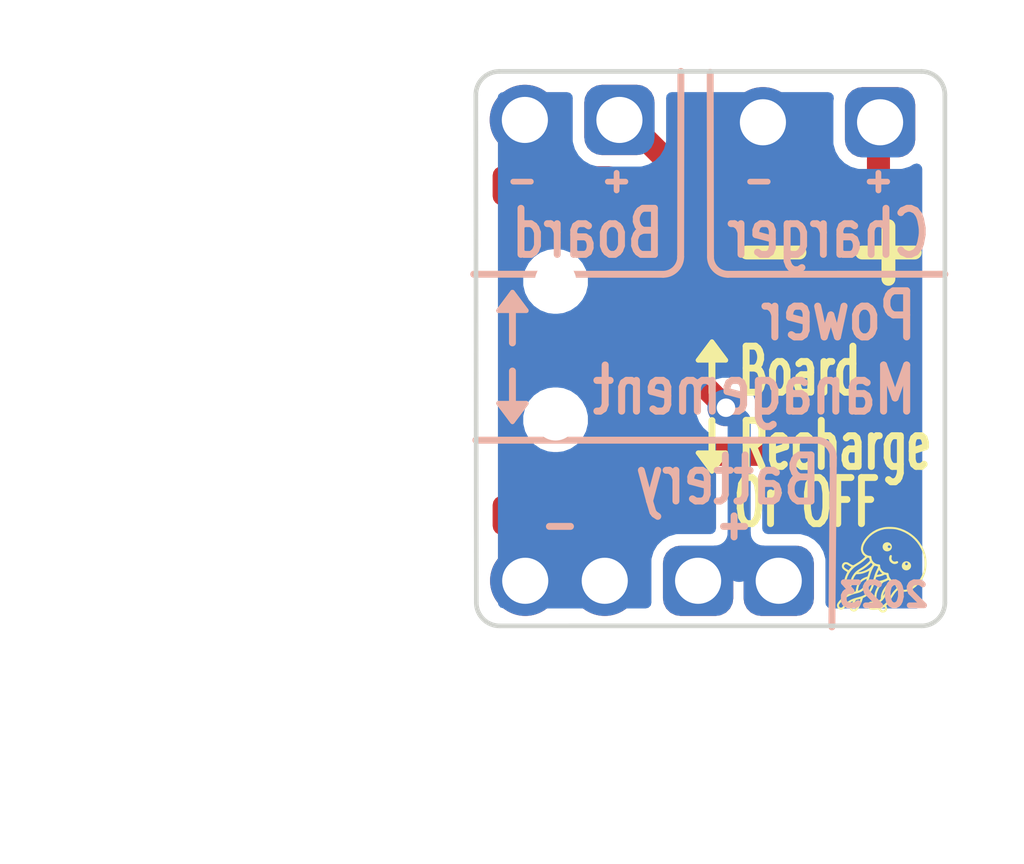
<source format=kicad_pcb>
(kicad_pcb (version 20221018) (generator pcbnew)
  (title_block (title "Gnat - Battery Management") (date "2023-05-12") (rev "v1") (company "LIRMM / CNRS"))
  (layers (0 "F.Cu" signal) (31 "B.Cu" signal) (34 "B.Paste" user) (35 "F.Paste" user) (36 "B.SilkS" user "B.Silkscreen") (37 "F.SilkS" user "F.Silkscreen") (38 "B.Mask" user) (39 "F.Mask" user) (44 "Edge.Cuts" user))
  (net 0 "")
  (net 1 "Net-(J1-Pin_1)")
  (net 2 "GND")
  (net 3 "Net-(J2-Pin_1)")
  (net 4 "Net-(J3-Pin_1)")
  (footprint "Graphics:Jellyfish_Logo" (layer "F.Cu") (at 68.475 24.4)
    (fp_text reference "G***" hide)
    (fp_text value "LOGO" hide)
    (fp_poly (pts (xy 0.22098 -0.301514) (xy 0.224551 -0.286771) (xy 0.222303 -0.264539) (xy 0.219141 -0.251237) (xy 0.217664 -0.228641) (xy 0.224301 -0.206622) (xy 0.237617 -0.187375) (xy 0.256177 -0.173092) (xy 0.2745 -0.166588) (xy 0.296525 -0.166351) (xy 0.316232 -0.171496) (xy 0.330645 -0.176178) (xy 0.339703 -0.17727) (xy 0.347021 -0.174838) (xy 0.351451 -0.17213) (xy 0.361615 -0.161507) (xy 0.36315 -0.149721) (xy 0.356831 -0.137933) (xy 0.343432 -0.127301) (xy 0.323728 -0.118985) (xy 0.314341 -0.116585) (xy 0.295826 -0.113004) (xy 0.282169 -0.112035) (xy 0.269105 -0.113948) (xy 0.252364 -0.119014) (xy 0.246978 -0.120848) (xy 0.223452 -0.132778) (xy 0.201244 -0.150811) (xy 0.182976 -0.172333) (xy 0.171267 -0.19473) (xy 0.170482 -0.197167) (xy 0.165675 -0.222083) (xy 0.165413 -0.247159) (xy 0.169222 -0.270375) (xy 0.176626 -0.289707) (xy 0.187149 -0.303134) (xy 0.196566 -0.308055) (xy 0.211636 -0.308648)) (fill solid) (layer "F.SilkS"))
    (fp_poly (pts (xy 0.146371 -0.58426) (xy 0.167931 -0.57708) (xy 0.193705 -0.559265) (xy 0.212294 -0.536706) (xy 0.223354 -0.510966) (xy 0.22654 -0.483605) (xy 0.221509 -0.456185) (xy 0.207914 -0.430269) (xy 0.201961 -0.422845) (xy 0.178811 -0.40327) (xy 0.151587 -0.391327) (xy 0.12237 -0.387418) (xy 0.09324 -0.391946) (xy 0.077035 -0.398685) (xy 0.052319 -0.416719) (xy 0.035383 -0.440456) (xy 0.026452 -0.46954) (xy 0.02527 -0.480739) (xy 0.02528 -0.480876) (xy 0.136495 -0.480876) (xy 0.143306 -0.469208) (xy 0.156197 -0.462065) (xy 0.169213 -0.461033) (xy 0.182747 -0.464215) (xy 0.19099 -0.472548) (xy 0.192994 -0.476352) (xy 0.196899 -0.487098) (xy 0.195114 -0.495509) (xy 0.190128 -0.502987) (xy 0.177146 -0.514175) (xy 0.162443 -0.517044) (xy 0.148396 -0.511287) (xy 0.145575 -0.508778) (xy 0.13688 -0.494817) (xy 0.136495 -0.480876) (xy 0.02528 -0.480876) (xy 0.027552 -0.512129) (xy 0.038457 -0.539117) (xy 0.05802 -0.561776) (xy 0.067059 -0.568795) (xy 0.091162 -0.580577) (xy 0.118734 -0.585825)) (fill solid) (layer "F.SilkS"))
    (fp_poly (pts (xy 0.560295 -0.171766) (xy 0.586695 -0.162747) (xy 0.608773 -0.147639) (xy 0.625868 -0.127809) (xy 0.637319 -0.104628) (xy 0.642466 -0.079462) (xy 0.640649 -0.053683) (xy 0.631208 -0.028658) (xy 0.613482 -0.005756) (xy 0.611824 -0.004185) (xy 0.58606 0.013591) (xy 0.557114 0.023008) (xy 0.526896 0.023747) (xy 0.49732 0.015489) (xy 0.496378 0.01506) (xy 0.472006 -0.000743) (xy 0.454772 -0.021269) (xy 0.444403 -0.045003) (xy 0.440626 -0.070429) (xy 0.44317 -0.096033) (xy 0.450804 -0.117592) (xy 0.513299 -0.117592) (xy 0.515117 -0.103452) (xy 0.520937 -0.094779) (xy 0.533585 -0.088242) (xy 0.54887 -0.088342) (xy 0.562419 -0.095036) (xy 0.562584 -0.095184) (xy 0.570254 -0.107622) (xy 0.570522 -0.121727) (xy 0.564518 -0.134578) (xy 0.55337 -0.143255) (xy 0.543225 -0.145282) (xy 0.528577 -0.141281) (xy 0.518194 -0.131126) (xy 0.513299 -0.117592) (xy 0.450804 -0.117592) (xy 0.451763 -0.1203) (xy 0.466131 -0.141715) (xy 0.486003 -0.158762) (xy 0.511106 -0.169928) (xy 0.530232 -0.173325)) (fill solid) (layer "F.SilkS"))
    (fp_poly (pts (xy 0.206022 -0.918894) (xy 0.254727 -0.916151) (xy 0.299735 -0.911201) (xy 0.330072 -0.905892) (xy 0.41382 -0.883156) (xy 0.4945 -0.851719) (xy 0.571378 -0.812146) (xy 0.64372 -0.765003) (xy 0.71079 -0.710854) (xy 0.771856 -0.650267) (xy 0.826182 -0.583805) (xy 0.873034 -0.512036) (xy 0.895358 -0.470489) (xy 0.926939 -0.400597) (xy 0.950451 -0.333068) (xy 0.966373 -0.26571) (xy 0.975182 -0.196329) (xy 0.977358 -0.122734) (xy 0.976715 -0.097501) (xy 0.972678 -0.037593) (xy 0.964913 0.015999) (xy 0.952705 0.066164) (xy 0.935337 0.11579) (xy 0.912096 0.167766) (xy 0.909979 0.172077) (xy 0.87875 0.22659) (xy 0.84017 0.279629) (xy 0.795739 0.329734) (xy 0.746956 0.375445) (xy 0.695319 0.415302) (xy 0.642329 0.447847) (xy 0.61114 0.462983) (xy 0.57496 0.476936) (xy 0.542211 0.485204) (xy 0.509083 0.488533) (xy 0.482443 0.488274) (xy 0.447934 0.483982) (xy 0.415989 0.473692) (xy 0.383279 0.456268) (xy 0.37708 0.452303) (xy 0.369668 0.447967) (xy 0.363641 0.44729) (xy 0.356223 0.451068) (xy 0.344641 0.460094) (xy 0.341835 0.46239) (xy 0.32239 0.480276) (xy 0.302405 0.502779) (xy 0.281097 0.530939) (xy 0.257688 0.565799) (xy 0.231395 0.608399) (xy 0.227588 0.614791) (xy 0.204184 0.653844) (xy 0.184604 0.685577) (xy 0.168045 0.711178) (xy 0.153701 0.731835) (xy 0.140767 0.748734) (xy 0.128438 0.763064) (xy 0.123485 0.768354) (xy 0.102532 0.790222) (xy 0.11277 0.807575) (xy 0.122012 0.832178) (xy 0.123182 0.8587) (xy 0.116849 0.884683) (xy 0.103581 0.907669) (xy 0.085848 0.923985) (xy 0.065607 0.933222) (xy 0.041488 0.938138) (xy 0.017202 0.938412) (xy -0.003541 0.933726) (xy -0.007264 0.931995) (xy -0.017845 0.92458) (xy -0.031759 0.91241) (xy -0.046038 0.898085) (xy -0.046371 0.897725) (xy -0.07095 0.871101) (xy -0.1141 0.876843) (xy -0.143779 0.879654) (xy -0.174288 0.880573) (xy -0.203319 0.879706) (xy -0.228562 0.877161) (xy -0.247712 0.873044) (xy -0.254401 0.870366) (xy -0.267918 0.860803) (xy -0.01945 0.860803) (xy -0.000026 0.878351) (xy 0.018809 0.891781) (xy 0.035862 0.895939) (xy 0.051999 0.890872) (xy 0.063328 0.881745) (xy 0.073934 0.865902) (xy 0.077787 0.848161) (xy 0.074413 0.831733) (xy 0.07143 0.826878) (xy 0.067853 0.823605) (xy 0.062677 0.822956) (xy 0.054092 0.825418) (xy 0.040288 0.831475) (xy 0.022963 0.839881) (xy -0.01945 0.860803) (xy -0.267918 0.860803) (xy -0.271954 0.857948) (xy -0.288713 0.840821) (xy -0.299656 0.824789) (xy -0.30284 0.813805) (xy -0.304795 0.797835) (xy -0.304829 0.796838) (xy -0.260302 0.796838) (xy -0.253313 0.812927) (xy -0.239125 0.825624) (xy -0.218508 0.8332) (xy -0.217501 0.833383) (xy -0.199121 0.835061) (xy -0.174381 0.835267) (xy -0.146474 0.83414) (xy -0.118589 0.831819) (xy -0.093918 0.828441) (xy -0.090803 0.827873) (xy -0.033406 0.812579) (xy 0.018141 0.789588) (xy 0.063791 0.75893) (xy 0.1035 0.720636) (xy 0.130356 0.685427) (xy 0.140465 0.669763) (xy 0.154103 0.647917) (xy 0.169927 0.622075) (xy 0.186595 0.594427) (xy 0.19882 0.57386) (xy 0.217278 0.543143) (xy 0.232773 0.518896) (xy 0.24685 0.499019) (xy 0.261056 0.481411) (xy 0.276936 0.463971) (xy 0.288141 0.452482) (xy 0.331726 0.408587) (xy 0.318903 0.385121) (xy 0.310837 0.367856) (xy 0.304782 0.350413) (xy 0.303107 0.343058) (xy 0.300593 0.331248) (xy 0.298012 0.324841) (xy 0.297402 0.324461) (xy 0.291111 0.327557) (xy 0.279603 0.335847) (xy 0.264665 0.347832) (xy 0.248081 0.362014) (xy 0.231638 0.376896) (xy 0.21712 0.390979) (xy 0.212951 0.395308) (xy 0.199188 0.410332) (xy 0.186667 0.425084) (xy 0.174469 0.440904) (xy 0.161672 0.459131) (xy 0.147355 0.481106) (xy 0.130597 0.508168) (xy 0.110477 0.541656) (xy 0.098772 0.561391) (xy 0.075274 0.600217) (xy 0.055003 0.631439) (xy 0.037001 0.656189) (xy 0.020312 0.675596) (xy 0.003976 0.690791) (xy -0.012964 0.702905) (xy -0.028475 0.711584) (xy -0.056404 0.723973) (xy -0.08535 0.732986) (xy -0.117799 0.739174) (xy -0.156236 0.743088) (xy -0.17574 0.744235) (xy -0.201248 0.745554) (xy -0.21895 0.746872) (xy -0.230716 0.748623) (xy -0.238415 0.751243) (xy -0.243919 0.755166) (xy -0.249095 0.760827) (xy -0.249591 0.761416) (xy -0.259318 0.779091) (xy -0.260302 0.796838) (xy -0.304829 0.796838) (xy -0.30509 0.789128) (xy -0.300748 0.760022) (xy -0.287908 0.735461) (xy -0.266855 0.715942) (xy -0.261558 0.712613) (xy -0.250036 0.706391) (xy -0.239531 0.702686) (xy -0.227055 0.70097) (xy -0.209625 0.700714) (xy -0.196129 0.701025) (xy -0.152545 0.702279) (xy -0.15227 0.623542) (xy -0.152133 0.610181) (xy -0.108719 0.610181) (xy -0.108499 0.633796) (xy -0.107717 0.655008) (xy -0.106501 0.671248) (xy -0.105249 0.679139) (xy -0.101537 0.692407) (xy -0.076771 0.682996) (xy -0.058204 0.674885) (xy -0.039878 0.665251) (xy -0.033266 0.661185) (xy -0.02321 0.654123) (xy -0.017605 0.647725) (xy -0.01515 0.638934) (xy -0.014544 0.62469) (xy -0.014528 0.617121) (xy -0.010363 0.572501) (xy 0.035318 0.572501) (xy 0.035938 0.576282) (xy 0.03903 0.572334) (xy 0.046096 0.561446) (xy 0.056241 0.545052) (xy 0.068572 0.524584) (xy 0.075874 0.51226) (xy 0.103106 0.467522) (xy 0.12807 0.429962) (xy 0.152128 0.39778) (xy 0.176642 0.369175) (xy 0.202975 0.342347) (xy 0.208224 0.33737) (xy 0.226095 0.320174) (xy 0.237304 0.30821) (xy 0.242628 0.300504) (xy 0.242838 0.29608) (xy 0.241761 0.295071) (xy 0.234185 0.29172) (xy 0.226266 0.292144) (xy 0.216658 0.297151) (xy 0.204021 0.307549) (xy 0.18701 0.324146) (xy 0.177931 0.333479) (xy 0.132598 0.384077) (xy 0.096046 0.432922) (xy 0.067735 0.480893) (xy 0.047126 0.52887) (xy 0.036983 0.562964) (xy 0.035318 0.572501) (xy -0.010363 0.572501) (xy -0.009911 0.567661) (xy 0.003755 0.516142) (xy 0.026194 0.463121) (xy 0.05713 0.409156) (xy 0.096287 0.354806) (xy 0.140659 0.303528) (xy 0.180712 0.260802) (xy 0.166445 0.246535) (xy 0.152178 0.232269) (xy 0.125727 0.246377) (xy 0.10596 0.256018) (xy 0.083073 0.265901) (xy 0.068487 0.27152) (xy 0.05071 0.278792) (xy 0.03707 0.287247) (xy 0.024095 0.299423) (xy 0.013163 0.311983) (xy -0.029356 0.369369) (xy -0.063976 0.429739) (xy -0.089953 0.491719) (xy -0.097645 0.516256) (xy -0.103358 0.539876) (xy -0.106816 0.563856) (xy -0.108446 0.591827) (xy -0.108719 0.610181) (xy -0.152133 0.610181) (xy -0.151939 0.591174) (xy -0.151061 0.566187) (xy -0.14942 0.546283) (xy -0.146804 0.529162) (xy -0.142998 0.512526) (xy -0.14137 0.506483) (xy -0.13137 0.47632) (xy -0.117242 0.441576) (xy -0.100518 0.40553) (xy -0.082731 0.371462) (xy -0.065412 0.342649) (xy -0.063415 0.339666) (xy -0.051152 0.321607) (xy -0.044013 0.309628) (xy -0.042837 0.302773) (xy -0.048463 0.300089) (xy -0.061732 0.300619) (xy -0.083484 0.30341) (xy -0.094048 0.304851) (xy -0.116436 0.308221) (xy -0.135335 0.311719) (xy -0.148642 0.314911) (xy -0.154127 0.317197) (xy -0.157737 0.323959) (xy -0.16305 0.33724) (xy -0.168974 0.354287) (xy -0.169509 0.355939) (xy -0.193158 0.418256) (xy -0.221601 0.47247) (xy -0.255272 0.519125) (xy -0.294605 0.558766) (xy -0.340033 0.591936) (xy -0.371356 0.609444) (xy -0.401302 0.624524) (xy -0.414006 0.666173) (xy -0.428727 0.709141) (xy -0.44614 0.751155) (xy -0.465482 0.79092) (xy -0.48599 0.827142) (xy -0.506899 0.858529) (xy -0.527447 0.883787) (xy -0.54687 0.901622) (xy -0.556547 0.907673) (xy -0.584405 0.916868) (xy -0.612387 0.91735) (xy -0.638721 0.909721) (xy -0.661631 0.894584) (xy -0.679346 0.872541) (xy -0.683404 0.864623) (xy -0.691302 0.838726) (xy -0.691095 0.830882) (xy -0.645793 0.830882) (xy -0.64208 0.844789) (xy -0.635075 0.857214) (xy -0.627087 0.865751) (xy -0.626373 0.866202) (xy -0.611231 0.870765) (xy -0.592932 0.870802) (xy -0.576615 0.866503) (xy -0.572614 0.864216) (xy -0.561681 0.853827) (xy -0.547912 0.836672) (xy -0.532653 0.814718) (xy -0.517253 0.789934) (xy -0.503059 0.764289) (xy -0.499813 0.757883) (xy -0.491305 0.739833) (xy -0.482308 0.719244) (xy -0.473578 0.698058) (xy -0.465876 0.678221) (xy -0.459958 0.661676) (xy -0.456583 0.650365) (xy -0.456288 0.646311) (xy -0.461421 0.646599) (xy -0.47344 0.648707) (xy -0.489841 0.652074) (xy -0.508121 0.656139) (xy -0.525776 0.660339) (xy -0.540305 0.664112) (xy -0.549203 0.666899) (xy -0.550308 0.667404) (xy -0.55502 0.673067) (xy -0.562606 0.685466) (xy -0.571868 0.702552) (xy -0.578367 0.715502) (xy -0.589919 0.737299) (xy -0.602671 0.758313) (xy -0.614581 0.775279) (xy -0.619408 0.781038) (xy -0.635402 0.80035) (xy -0.643967 0.816318) (xy -0.645793 0.830882) (xy -0.691095 0.830882) (xy -0.690638 0.813603) (xy -0.681166 0.788206) (xy -0.662644 0.761485) (xy -0.65821 0.756317) (xy -0.645844 0.740962) (xy -0.634813 0.724931) (xy -0.62634 0.710316) (xy -0.621647 0.699207) (xy -0.6217 0.693902) (xy -0.627301 0.694602) (xy -0.639035 0.699933) (xy -0.655178 0.708866) (xy -0.674003 0.720373) (xy -0.693785 0.733423) (xy -0.712799 0.746988) (xy -0.720306 0.752721) (xy -0.739047 0.768872) (xy -0.760075 0.789297) (xy -0.779876 0.810514) (xy -0.786889 0.818713) (xy -0.812293 0.846181) (xy -0.83606 0.864679) (xy -0.859136 0.874571) (xy -0.882467 0.876223) (xy -0.906997 0.869999) (xy -0.91305 0.867427) (xy -0.936782 0.85192) (xy -0.954247 0.830786) (xy -0.964483 0.805934) (xy -0.966529 0.779269) (xy -0.965595 0.773909) (xy -0.92065 0.773909) (xy -0.919383 0.797812) (xy -0.912015 0.814385) (xy -0.911192 0.815357) (xy -0.894681 0.827946) (xy -0.876586 0.831444) (xy -0.858354 0.825956) (xy -0.841428 0.81159) (xy -0.84021 0.810104) (xy -0.820523 0.786957) (xy -0.79782 0.762539) (xy -0.774609 0.739397) (xy -0.753398 0.720076) (xy -0.743786 0.712226) (xy -0.70858 0.687122) (xy -0.67255 0.665879) (xy -0.63371 0.647614) (xy -0.590074 0.631442) (xy -0.539655 0.61648) (xy -0.513549 0.609738) (xy -0.464692 0.596464) (xy -0.423773 0.582608) (xy -0.38905 0.567298) (xy -0.358779 0.549661) (xy -0.331217 0.528828) (xy -0.307212 0.506547) (xy -0.287924 0.485878) (xy -0.270834 0.464428) (xy -0.255425 0.441065) (xy -0.241178 0.414654) (xy -0.227574 0.38406) (xy -0.214095 0.34815) (xy -0.200223 0.305789) (xy -0.187987 0.264448) (xy -0.139204 0.264448) (xy -0.133999 0.265666) (xy -0.127603 0.264663) (xy -0.117184 0.262853) (xy -0.099842 0.260054) (xy -0.078235 0.256687) (xy -0.060816 0.254042) (xy -0.014586 0.245823) (xy 0.025189 0.235709) (xy 0.061692 0.222767) (xy 0.09105 0.209571) (xy 0.109326 0.200089) (xy 0.119789 0.193064) (xy 0.123688 0.187531) (xy 0.123399 0.184533) (xy 0.120626 0.175414) (xy 0.116957 0.160961) (xy 0.115018 0.152545) (xy 0.111753 0.138476) (xy 0.109269 0.128955) (xy 0.108471 0.126691) (xy 0.103469 0.124722) (xy 0.092305 0.121728) (xy 0.087106 0.120514) (xy 0.071976 0.118339) (xy 0.060384 0.120701) (xy 0.05162 0.125375) (xy 0.029335 0.136287) (xy -0.000521 0.14673) (xy -0.035836 0.15605) (xy -0.068697 0.162622) (xy -0.088304 0.16609) (xy -0.103876 0.169023) (xy -0.113257 0.171003) (xy -0.115003 0.171543) (xy -0.116669 0.176437) (xy -0.120045 0.188436) (xy -0.124494 0.20525) (xy -0.125984 0.21105) (xy -0.130929 0.23019) (xy -0.135258 0.246503) (xy -0.138187 0.25705) (xy -0.138584 0.258364) (xy -0.139204 0.264448) (xy -0.187987 0.264448) (xy -0.18544 0.255844) (xy -0.174201 0.2155) (xy -0.162375 0.173106) (xy -0.151983 0.138143) (xy -0.144857 0.116421) (xy -0.096854 0.116421) (xy -0.094517 0.119861) (xy -0.086684 0.120639) (xy -0.072123 0.118683) (xy -0.0496 0.113924) (xy -0.048427 0.113653) (xy -0.026861 0.108191) (xy -0.007477 0.102421) (xy 0.007179 0.097159) (xy 0.014066 0.093655) (xy 0.011794 0.089957) (xy 0.00392 0.08185) (xy -0.006207 0.072559) (xy -0.020552 0.058542) (xy -0.033454 0.043619) (xy -0.039324 0.035377) (xy -0.050209 0.017765) (xy -0.057793 0.029151) (xy -0.063305 0.038867) (xy -0.070696 0.053731) (xy -0.078834 0.071215) (xy -0.086586 0.088789) (xy -0.09282 0.103924) (xy -0.096406 0.114091) (xy -0.096854 0.116421) (xy -0.144857 0.116421) (xy -0.142291 0.1086) (xy -0.132567 0.082468) (xy -0.12208 0.057737) (xy -0.110096 0.032397) (xy -0.100699 0.013752) (xy -0.087652 -0.012834) (xy -0.078872 -0.033332) (xy -0.074678 -0.046937) (xy -0.074571 -0.051723) (xy -0.079863 -0.05799) (xy -0.092266 -0.063251) (xy -0.107723 -0.067071) (xy -0.128075 -0.071323) (xy -0.142214 -0.073217) (xy -0.15222 -0.07163) (xy -0.160173 -0.065436) (xy -0.168154 -0.05351) (xy -0.17824 -0.034727) (xy -0.182489 -0.026635) (xy -0.195883 -0.000467) (xy -0.207526 0.024274) (xy -0.218074 0.049366) (xy -0.228183 0.076588) (xy -0.23851 0.107716) (xy -0.249711 0.144531) (xy -0.262443 0.18881) (xy -0.263823 0.193708) (xy -0.278216 0.243695) (xy -0.291096 0.285446) (xy -0.303025 0.320183) (xy -0.314567 0.349131) (xy -0.326287 0.373512) (xy -0.338747 0.394551) (xy -0.352511 0.413469) (xy -0.368143 0.431491) (xy -0.378171 0.441898) (xy -0.405927 0.466408) (xy -0.436564 0.486276) (xy -0.47207 0.502516) (xy -0.514435 0.516144) (xy -0.532907 0.520888) (xy -0.593928 0.537217) (xy -0.647281 0.555078) (xy -0.69497 0.575442) (xy -0.738998 0.599282) (xy -0.781366 0.627572) (xy -0.824078 0.661284) (xy -0.826942 0.66371) (xy -0.844533 0.679757) (xy -0.862989 0.698422) (xy -0.880948 0.718104) (xy -0.897048 0.7372) (xy -0.909928 0.75411) (xy -0.918226 0.767233) (xy -0.92065 0.773909) (xy -0.965595 0.773909) (xy -0.964213 0.765979) (xy -0.954024 0.741297) (xy -0.936187 0.713534) (xy -0.911788 0.683785) (xy -0.881916 0.653146) (xy -0.84766 0.622712) (xy -0.81011 0.593581) (xy -0.770352 0.566846) (xy -0.760305 0.560731) (xy -0.729827 0.543357) (xy -0.700639 0.528609) (xy -0.670442 0.515547) (xy -0.636935 0.503234) (xy -0.59782 0.490731) (xy -0.56584 0.481354) (xy -0.560601 0.47668) (xy -0.556825 0.465153) (xy -0.55438 0.448979) (xy -0.553508 0.443871) (xy -0.507715 0.443871) (xy -0.5077 0.457507) (xy -0.504741 0.4644) (xy -0.503025 0.464899) (xy -0.496184 0.462879) (xy -0.48346 0.45758) (xy -0.467587 0.450141) (xy -0.467347 0.450023) (xy -0.434788 0.42909) (xy -0.404238 0.399828) (xy -0.3769 0.363556) (xy -0.357621 0.329304) (xy -0.350084 0.312203) (xy -0.342382 0.291929) (xy -0.335075 0.270374) (xy -0.328719 0.249429) (xy -0.323874 0.230987) (xy -0.321096 0.216938) (xy -0.320943 0.209175) (xy -0.321917 0.208236) (xy -0.328838 0.210299) (xy -0.342007 0.215812) (xy -0.359077 0.223763) (xy -0.367033 0.227681) (xy -0.408789 0.253466) (xy -0.443032 0.285316) (xy -0.469929 0.323397) (xy -0.476196 0.335257) (xy -0.485516 0.356588) (xy -0.493687 0.37985) (xy -0.500349 0.403308) (xy -0.505145 0.425226) (xy -0.507715 0.443871) (xy -0.553508 0.443871) (xy -0.548897 0.416869) (xy -0.539885 0.381338) (xy -0.528529 0.346332) (xy -0.516014 0.315797) (xy -0.511971 0.307642) (xy -0.500747 0.289796) (xy -0.484846 0.269049) (xy -0.466933 0.248815) (xy -0.462626 0.244409) (xy -0.428774 0.214823) (xy -0.391778 0.191344) (xy -0.348901 0.17232) (xy -0.335182 0.16747) (xy -0.302669 0.156515) (xy -0.282822 0.096418) (xy -0.27553 0.073967) (xy -0.26963 0.05509) (xy -0.265653 0.041543) (xy -0.264132 0.035082) (xy -0.264165 0.034798) (xy -0.268718 0.036079) (xy -0.279701 0.040843) (xy -0.294942 0.048135) (xy -0.298541 0.049929) (xy -0.352533 0.0736) (xy -0.407592 0.091322) (xy -0.461456 0.102499) (xy -0.511862 0.106535) (xy -0.513509 0.106539) (xy -0.531227 0.106806) (xy -0.542414 0.108397) (xy -0.550227 0.112498) (xy -0.557821 0.120296) (xy -0.561346 0.124525) (xy -0.58536 0.159693) (xy -0.605457 0.201163) (xy -0.62042 0.245936) (xy -0.629031 0.291012) (xy -0.629079 0.291436) (xy -0.634216 0.322374) (xy -0.64235 0.345796) (xy -0.654461 0.363657) (xy -0.671529 0.377913) (xy -0.672787 0.378732) (xy -0.686197 0.386584) (xy -0.697778 0.390615) (xy -0.711625 0.391773) (xy -0.72694 0.391276) (xy -0.756805 0.386069) (xy -0.7803 0.373718) (xy -0.797931 0.353902) (xy -0.80431 0.341973) (xy -0.809897 0.326922) (xy -0.812669 0.311115) (xy -0.812674 0.300104) (xy -0.766779 0.300104) (xy -0.763922 0.320253) (xy -0.755828 0.334284) (xy -0.746474 0.341331) (xy -0.726058 0.347905) (xy -0.70694 0.345173) (xy -0.694692 0.337593) (xy -0.68805 0.330537) (xy -0.683209 0.321257) (xy -0.67931 0.307386) (xy -0.675495 0.286556) (xy -0.674945 0.283112) (xy -0.664667 0.232905) (xy -0.650119 0.188764) (xy -0.629966 0.147529) (xy -0.602873 0.106036) (xy -0.596718 0.097713) (xy -0.57561 0.072321) (xy -0.562608 0.059574) (xy -0.493956 0.059574) (xy -0.489582 0.061547) (xy -0.477483 0.060928) (xy -0.459193 0.057968) (xy -0.436246 0.052918) (xy -0.410175 0.046029) (xy -0.408869 0.045656) (xy -0.367767 0.031665) (xy -0.327861 0.013973) (xy -0.290739 -0.006427) (xy -0.25799 -0.028541) (xy -0.231201 -0.051376) (xy -0.21196 -0.073937) (xy -0.208284 -0.079822) (xy -0.192556 -0.107311) (xy -0.208674 -0.123941) (xy -0.224792 -0.140571) (xy -0.254045 -0.112261) (xy -0.322804 -0.052439) (xy -0.397729 -0.000008) (xy -0.446524 0.028337) (xy -0.467949 0.040073) (xy -0.482048 0.048336) (xy -0.490148 0.054) (xy -0.493577 0.05794) (xy -0.493956 0.059574) (xy -0.562608 0.059574) (xy -0.551176 0.048367) (xy -0.521932 0.024635) (xy -0.486395 -0.000088) (xy -0.44795 -0.024102) (xy -0.399914 -0.054591) (xy -0.357464 -0.085389) (xy -0.316845 -0.119375) (xy -0.284846 -0.149149) (xy -0.268163 -0.165593) (xy -0.25765 -0.177079) (xy -0.25225 -0.185096) (xy -0.250905 -0.191135) (xy -0.251992 -0.195431) (xy -0.255977 -0.206842) (xy -0.2604 -0.222071) (xy -0.261356 -0.225761) (xy -0.26533 -0.238473) (xy -0.271011 -0.244796) (xy -0.281826 -0.247779) (xy -0.286946 -0.248529) (xy -0.296674 -0.249546) (xy -0.304387 -0.248694) (xy -0.312157 -0.244824) (xy -0.322059 -0.236785) (xy -0.336168 -0.223427) (xy -0.341411 -0.218327) (xy -0.393877 -0.171985) (xy -0.45213 -0.129913) (xy -0.477364 -0.113994) (xy -0.512416 -0.092412) (xy -0.540605 -0.074379) (xy -0.563532 -0.058741) (xy -0.5828 -0.044344) (xy -0.600013 -0.030033) (xy -0.616773 -0.014656) (xy -0.621003 -0.010584) (xy -0.667415 0.040858) (xy -0.705256 0.096807) (xy -0.734488 0.157187) (xy -0.755071 0.221921) (xy -0.764718 0.272633) (xy -0.766779 0.300104) (xy -0.812674 0.300104) (xy -0.812678 0.292237) (xy -0.809975 0.267977) (xy -0.806472 0.246401) (xy -0.796336 0.199881) (xy -0.782107 0.155049) (xy -0.762477 0.107864) (xy -0.759877 0.102237) (xy -0.751621 0.084419) (xy -0.745186 0.070317) (xy -0.741481 0.061933) (xy -0.740934 0.060492) (xy -0.744754 0.057613) (xy -0.755093 0.050691) (xy -0.770267 0.040837) (xy -0.784581 0.031701) (xy -0.811489 0.013506) (xy -0.83089 -0.002652) (xy -0.844254 -0.018377) (xy -0.853048 -0.035271) (xy -0.856899 -0.047217) (xy -0.858156 -0.061417) (xy -0.814 -0.061417) (xy -0.807084 -0.043327) (xy -0.797423 -0.03205) (xy -0.785729 -0.022503) (xy -0.769973 -0.011423) (xy -0.752516 -0.000253) (xy -0.735715 0.009565) (xy -0.72193 0.016586) (xy -0.713521 0.019368) (xy -0.713369 0.01937) (xy -0.706715 0.015539) (xy -0.701705 0.008774) (xy -0.695459 -0.000281) (xy -0.684893 -0.013219) (xy -0.674167 -0.025199) (xy -0.663382 -0.03726) (xy -0.656222 -0.046304) (xy -0.654243 -0.050341) (xy -0.659299 -0.053332) (xy -0.670295 -0.059193) (xy -0.6804 -0.064389) (xy -0.698734 -0.074618) (xy -0.718779 -0.087156) (xy -0.728812 -0.094027) (xy -0.750838 -0.106994) (xy -0.769564 -0.111414) (xy -0.786144 -0.107338) (xy -0.799419 -0.097227) (xy -0.811455 -0.079713) (xy -0.814 -0.061417) (xy -0.858156 -0.061417) (xy -0.859253 -0.073799) (xy -0.853196 -0.09996) (xy -0.839801 -0.123301) (xy -0.820139 -0.141423) (xy -0.812953 -0.145599) (xy -0.797677 -0.151888) (xy -0.781824 -0.154424) (xy -0.762353 -0.154067) (xy -0.744562 -0.152176) (xy -0.730483 -0.148158) (xy -0.716059 -0.140486) (xy -0.702994 -0.131708) (xy -0.682102 -0.118107) (xy -0.660382 -0.10573) (xy -0.640102 -0.095709) (xy -0.623528 -0.089178) (xy -0.614013 -0.087216) (xy -0.609719 -0.088065) (xy -0.602825 -0.090983) (xy -0.592482 -0.096476) (xy -0.577842 -0.105046) (xy -0.558057 -0.117198) (xy -0.532277 -0.133435) (xy -0.499655 -0.154262) (xy -0.48182 -0.165714) (xy -0.464075 -0.177895) (xy -0.443997 -0.192922) (xy -0.423 -0.209582) (xy -0.4025 -0.226665) (xy -0.383909 -0.242957) (xy -0.368643 -0.257248) (xy -0.358116 -0.268325) (xy -0.353743 -0.274977) (xy -0.353701 -0.275467) (xy -0.357446 -0.279734) (xy -0.366751 -0.287199) (xy -0.372906 -0.291609) (xy -0.39767 -0.314084) (xy -0.418434 -0.343449) (xy -0.434041 -0.377335) (xy -0.44333 -0.413372) (xy -0.444843 -0.432309) (xy -0.400648 -0.432309) (xy -0.39775 -0.410215) (xy -0.385596 -0.376892) (xy -0.365728 -0.347257) (xy -0.339711 -0.322587) (xy -0.309111 -0.304158) (xy -0.275492 -0.293246) (xy -0.251203 -0.290764) (xy -0.236752 -0.289417) (xy -0.226314 -0.286251) (xy -0.224001 -0.28451) (xy -0.221039 -0.276668) (xy -0.218276 -0.262556) (xy -0.216686 -0.249097) (xy -0.208806 -0.212864) (xy -0.191946 -0.179431) (xy -0.168692 -0.151841) (xy -0.139842 -0.129075) (xy -0.108632 -0.114589) (xy -0.072375 -0.107143) (xy -0.071775 -0.107078) (xy -0.051716 -0.103981) (xy -0.038248 -0.099884) (xy -0.033595 -0.096529) (xy -0.031026 -0.087857) (xy -0.029407 -0.073558) (xy -0.02913 -0.06494) (xy -0.026537 -0.042577) (xy -0.018172 -0.018875) (xy -0.014352 -0.010864) (xy 0.006945 0.022037) (xy 0.033987 0.04786) (xy 0.065771 0.065896) (xy 0.101297 0.075435) (xy 0.108611 0.076247) (xy 0.129549 0.078535) (xy 0.142823 0.082149) (xy 0.150448 0.088789) (xy 0.154436 0.100154) (xy 0.156685 0.116809) (xy 0.165255 0.15562) (xy 0.181814 0.190128) (xy 0.205376 0.219342) (xy 0.234958 0.24227) (xy 0.269575 0.257921) (xy 0.303866 0.264932) (xy 0.320143 0.267217) (xy 0.332837 0.270241) (xy 0.337779 0.27244) (xy 0.341386 0.279951) (xy 0.343529 0.293746) (xy 0.343836 0.302051) (xy 0.348208 0.33084) (xy 0.36026 0.360272) (xy 0.378409 0.388161) (xy 0.40107 0.412324) (xy 0.426661 0.430575) (xy 0.442016 0.437518) (xy 0.473062 0.444201) (xy 0.508609 0.444574) (xy 0.545894 0.438737) (xy 0.565697 0.433065) (xy 0.613503 0.412783) (xy 0.662004 0.384305) (xy 0.709739 0.348879) (xy 0.755249 0.307753) (xy 0.797077 0.262175) (xy 0.833762 0.213391) (xy 0.847288 0.192244) (xy 0.873187 0.144171) (xy 0.896101 0.091285) (xy 0.914067 0.038283) (xy 0.918431 0.022142) (xy 0.927322 -0.024135) (xy 0.932648 -0.076288) (xy 0.934319 -0.131154) (xy 0.932248 -0.185568) (xy 0.926345 -0.236368) (xy 0.925784 -0.239714) (xy 0.91014 -0.311385) (xy 0.888062 -0.378833) (xy 0.859664 -0.443203) (xy 0.817506 -0.517766) (xy 0.767696 -0.586811) (xy 0.710851 -0.649858) (xy 0.647589 -0.706431) (xy 0.578527 -0.75605) (xy 0.504283 -0.798238) (xy 0.425475 -0.832516) (xy 0.342721 -0.858406) (xy 0.314776 -0.865) (xy 0.290765 -0.868788) (xy 0.259526 -0.871623) (xy 0.22347 -0.873482) (xy 0.185009 -0.874342) (xy 0.146554 -0.874181) (xy 0.110519 -0.872976) (xy 0.079315 -0.870705) (xy 0.055691 -0.867413) (xy -0.012009 -0.849667) (xy -0.078506 -0.823814) (xy -0.142071 -0.790804) (xy -0.200975 -0.751587) (xy -0.253489 -0.707112) (xy -0.273765 -0.68651) (xy -0.312426 -0.641254) (xy -0.344554 -0.596101) (xy -0.369795 -0.55184) (xy -0.387794 -0.509261) (xy -0.398196 -0.469154) (xy -0.400648 -0.432309) (xy -0.444843 -0.432309) (xy -0.445457 -0.439986) (xy -0.440763 -0.485282) (xy -0.427047 -0.533013) (xy -0.404517 -0.582675) (xy -0.37338 -0.633763) (xy -0.356428 -0.657332) (xy -0.304024 -0.719204) (xy -0.246084 -0.773158) (xy -0.18286 -0.819045) (xy -0.114602 -0.856714) (xy -0.041562 -0.886015) (xy 0.03601 -0.906796) (xy 0.070219 -0.913001) (xy 0.110521 -0.917408) (xy 0.156871 -0.919343)) (fill solid) (layer "F.SilkS"))
  )
  (footprint "1_MyCustomLibrary:SW_PCM12SMTR" (layer "F.Cu") (at 61.41 19.657 -90)
    (fp_text reference "SW1" hide)
    (fp_text value "Switch")
    (pad "" np_thru_hole circle (at -1.5 0 270) (size 0.9 0.9) (drill 0.9) (layers "*.Cu" "*.Mask"))
    (pad "" np_thru_hole circle (at 1.5 0 270) (size 0.9 0.9) (drill 0.9) (layers "*.Cu" "*.Mask"))
    (pad "1" smd roundrect (at -2.25 -1.75 270) (size 0.7 1.5) (layers "F.Cu" "F.Paste" "F.Mask") (net 4 "Net-(J3-Pin_1)"))
    (pad "2" smd roundrect (at 0.75 -1.75 270) (size 0.7 1.5) (layers "F.Cu" "F.Paste" "F.Mask") (net 1 "Net-(J1-Pin_1)"))
    (pad "3" smd roundrect (at 2.25 -1.75 270) (size 0.7 1.5) (layers "F.Cu" "F.Paste" "F.Mask") (net 3 "Net-(J2-Pin_1)"))
    (pad "S1" smd roundrect (at -3.575 -0.965 270) (size 0.85 0.8) (layers "F.Cu" "F.Paste" "F.Mask"))
    (pad "S2" smd roundrect (at -3.575 0.965 270) (size 0.85 0.8) (layers "F.Cu" "F.Paste" "F.Mask"))
    (pad "S3" smd roundrect (at 3.575 0.965 270) (size 0.85 0.8) (layers "F.Cu" "F.Paste" "F.Mask"))
    (pad "S4" smd roundrect (at 3.575 -0.965 270) (size 0.85 0.8) (layers "F.Cu" "F.Paste" "F.Mask"))
  )
  (footprint "1_MyCustomLibrary:Battery_Connector" (layer "F.Cu") (at 64.5 24.65 180)
    (fp_text reference "J1" hide)
    (fp_text value "From Battery" hide)
    (pad "1" thru_hole roundrect (at -1.748 0 180) (size 1.524 1.524) (drill oval 1) (layers "*.Cu" "*.Mask") (net 1 "Net-(J1-Pin_1)"))
    (pad "1" thru_hole roundrect (at 0 0 180) (size 1.524 1.524) (drill oval 1) (layers "*.Cu" "*.Mask") (net 1 "Net-(J1-Pin_1)"))
    (pad "2" thru_hole circle (at 2.024 0 180) (size 1.524 1.524) (drill 1) (layers "*.Cu" "*.Mask") (net 2 "GND"))
    (pad "2" thru_hole circle (at 3.748 0 180) (size 1.524 1.524) (drill 1) (layers "*.Cu" "*.Mask") (net 2 "GND"))
  )
  (footprint "Graphics:Arrow" (layer "F.Cu") (at 64.8 21.125 180)
    (fp_text reference "REF**" hide)
    (fp_text value "Arrow" hide)
    (fp_line (start -0.3 -0.75) (end 0 -0.75) (stroke (width 0.1)) (layer "F.SilkS"))
    (fp_line (start 0 -1.15) (end -0.3 -0.75) (stroke (width 0.1)) (layer "F.SilkS"))
    (fp_line (start 0 -0.75) (end 0.3 -0.75) (stroke (width 0.1)) (layer "F.SilkS"))
    (fp_line (start 0 -0.05) (end 0 -0.75) (stroke (width 0.15)) (layer "F.SilkS"))
    (fp_line (start 0.3 -0.75) (end 0 -1.15) (stroke (width 0.1)) (layer "F.SilkS"))
    (fp_poly (pts (xy 0.3 -0.75) (xy 0 -1.15) (xy -0.3 -0.75)) (stroke (width 0.1)) (fill solid) (layer "F.SilkS"))
  )
  (footprint "1_MyCustomLibrary:PinHeader_1x02_P2.54mm_Horizontal" (layer "F.Cu") (at 68.445 14.704 -90)
    (fp_text reference "J2" hide)
    (fp_text value "To LiPo Charger")
    (pad "1" thru_hole roundrect (at 0 0 270) (size 1.524 1.524) (drill 1) (layers "*.Cu" "*.Mask") (net 3 "Net-(J2-Pin_1)"))
    (pad "2" thru_hole circle (at 0 2.54 270) (size 1.524 1.524) (drill 1) (layers "*.Cu" "*.Mask") (net 2 "GND"))
  )
  (footprint "Graphics:Arrow" (layer "F.Cu") (at 64.8 20.615)
    (fp_text reference "REF**" hide)
    (fp_text value "Arrow" hide)
    (fp_line (start -0.3 -0.75) (end 0 -0.75) (stroke (width 0.1)) (layer "F.SilkS"))
    (fp_line (start 0 -1.15) (end -0.3 -0.75) (stroke (width 0.1)) (layer "F.SilkS"))
    (fp_line (start 0 -0.75) (end 0.3 -0.75) (stroke (width 0.1)) (layer "F.SilkS"))
    (fp_line (start 0 -0.05) (end 0 -0.75) (stroke (width 0.15)) (layer "F.SilkS"))
    (fp_line (start 0.3 -0.75) (end 0 -1.15) (stroke (width 0.1)) (layer "F.SilkS"))
    (fp_poly (pts (xy 0.3 -0.75) (xy 0 -1.15) (xy -0.3 -0.75)) (stroke (width 0.1)) (fill solid) (layer "F.SilkS"))
  )
  (footprint "1_MyCustomLibrary:Holes_2x1" (layer "F.Cu") (at 62.0442 14.6532 180)
    (fp_text reference "J3" hide)
    (fp_text value "To GNAT")
    (pad "1" thru_hole roundrect (at -0.75 0 180) (size 1.524 1.524) (drill 1) (layers "*.Cu" "*.Mask") (net 4 "Net-(J3-Pin_1)"))
    (pad "2" thru_hole circle (at 1.3 0 180) (size 1.524 1.524) (drill 1) (layers "*.Cu" "*.Mask") (net 2 "GND"))
  )
  (footprint "Graphics:Arrow" (layer "B.Cu") (at 60.475 20.05)
    (fp_text reference "REF**" hide)
    (fp_text value "Arrow" hide)
    (fp_line (start -0.3 0.75) (end 0 0.75) (stroke (width 0.1)) (layer "B.SilkS"))
    (fp_line (start 0 0.05) (end 0 0.75) (stroke (width 0.15)) (layer "B.SilkS"))
    (fp_line (start 0 0.75) (end 0.3 0.75) (stroke (width 0.1)) (layer "B.SilkS"))
    (fp_line (start 0 1.15) (end -0.3 0.75) (stroke (width 0.1)) (layer "B.SilkS"))
    (fp_line (start 0.3 0.75) (end 0 1.15) (stroke (width 0.1)) (layer "B.SilkS"))
    (fp_poly (pts (xy 0.3 0.75) (xy 0 1.15) (xy -0.3 0.75)) (stroke (width 0.1)) (fill solid) (layer "B.SilkS"))
  )
  (footprint "Graphics:Arrow" (layer "B.Cu") (at 60.475 19.54 180)
    (fp_text reference "REF**" hide)
    (fp_text value "Arrow" hide)
    (fp_line (start -0.3 0.75) (end 0 0.75) (stroke (width 0.1)) (layer "B.SilkS"))
    (fp_line (start 0 0.05) (end 0 0.75) (stroke (width 0.15)) (layer "B.SilkS"))
    (fp_line (start 0 0.75) (end 0.3 0.75) (stroke (width 0.1)) (layer "B.SilkS"))
    (fp_line (start 0 1.15) (end -0.3 0.75) (stroke (width 0.1)) (layer "B.SilkS"))
    (fp_line (start 0.3 0.75) (end 0 1.15) (stroke (width 0.1)) (layer "B.SilkS"))
    (fp_poly (pts (xy 0.3 0.75) (xy 0 1.15) (xy -0.3 0.75)) (stroke (width 0.1)) (fill solid) (layer "B.SilkS"))
  )
  (gr_arc (start 65.239835 23.609835) (mid 65.13 23.875) (end 64.864835 23.984835) (stroke (width 0.2)) (layer "B.Cu"))
  (gr_circle (center 65.39 24.3) (end 65.39 24.3) (stroke (width 0.2)) (fill none) (layer "B.Cu"))
  (gr_arc (start 65.915165 23.984835) (mid 65.65 23.875) (end 65.540165 23.609835) (stroke (width 0.2)) (layer "B.Cu"))
  (gr_circle (center 65.39 24.374751) (end 65.4 24.174751) (stroke (width 0.2)) (fill none) (layer "B.Cu"))
  (gr_line (start 67.431592 21.979408) (end 67.4 25.65) (stroke (width 0.15)) (layer "B.SilkS"))
  (gr_arc (start 65.149408 18.001592) (mid 64.88 17.89) (end 64.768408 17.620592) (stroke (width 0.15)) (layer "B.SilkS"))
  (gr_line (start 67.048 21.6) (end 59.682 21.6) (stroke (width 0.15)) (layer "B.SilkS"))
  (gr_arc (start 64.121592 17.620592) (mid 64.01 17.89) (end 63.740592 18.001592) (stroke (width 0.15)) (layer "B.SilkS"))
  (gr_arc (start 67.050592 21.598408) (mid 67.32 21.71) (end 67.431592 21.979408) (stroke (width 0.15)) (layer "B.SilkS"))
  (gr_line (start 64.121592 17.620592) (end 64.127 13.6) (stroke (width 0.15)) (layer "B.SilkS"))
  (gr_line (start 64.768408 17.620592) (end 64.762 13.62) (stroke (width 0.15)) (layer "B.SilkS"))
  (gr_line (start 65.149408 18.001592) (end 69.8495 18) (stroke (width 0.15)) (layer "B.SilkS"))
  (gr_line (start 63.740592 18.001592) (end 59.636 18) (stroke (width 0.15)) (layer "B.SilkS"))
  (gr_arc (start 69.342 13.602) (mid 69.70121 13.75079) (end 69.85 14.11) (stroke (width 0.1)) (layer "Edge.Cuts"))
  (gr_arc (start 60.19921 25.62879) (mid 59.84 25.48) (end 59.69121 25.12079) (stroke (width 0.1)) (layer "Edge.Cuts"))
  (gr_arc (start 59.68121 14.10921) (mid 59.83 13.75) (end 60.18921 13.60121) (stroke (width 0.1)) (layer "Edge.Cuts"))
  (gr_line (start 69.342 13.602) (end 60.18921 13.60121) (stroke (width 0.1)) (layer "Edge.Cuts"))
  (gr_line (start 69.85 25.12079) (end 69.85 14.11) (stroke (width 0.1)) (layer "Edge.Cuts"))
  (gr_line (start 59.68121 14.10921) (end 59.69121 25.12079) (stroke (width 0.1)) (layer "Edge.Cuts"))
  (gr_line (start 60.19921 25.62879) (end 69.34521 25.62758) (stroke (width 0.1)) (layer "Edge.Cuts"))
  (gr_arc (start 69.85 25.12079) (mid 69.70121 25.48) (end 69.342 25.62879) (stroke (width 0.1)) (layer "Edge.Cuts"))
  (gr_text "+" (at 68.8006 16.25) (layer "B.SilkS") (effects (font (size 0.5 0.5) (thickness 0.125) bold) (justify left bottom mirror)))
  (gr_text "Battery\n" (at 67.225 23.05) (layer "B.SilkS") (effects (font (size 1 0.75)) (justify left bottom mirror)))
  (gr_text "Board\n" (at 63.83 17.7) (layer "B.SilkS") (effects (font (size 1 0.75) (thickness 0.15) bold) (justify left bottom mirror)))
  (gr_text "-" (at 61.075 16.25) (layer "B.SilkS") (effects (font (size 0.5 0.5) (thickness 0.125) bold) (justify left bottom mirror)))
  (gr_text "Charger\n" (at 69.6 17.7) (layer "B.SilkS") (effects (font (size 1 0.75) (thickness 0.15) bold) (justify left bottom mirror)))
  (gr_text "+" (at 63.125 16.25) (layer "B.SilkS") (effects (font (size 0.5 0.5) (thickness 0.125) bold) (justify left bottom mirror)))
  (gr_text "-" (at 61.975 23.78) (layer "B.SilkS") (effects (font (size 0.6 0.6) (thickness 0.15) bold) (justify left bottom mirror)))
  (gr_text "Power \nManagement" (at 69.3 21.1) (layer "B.SilkS") (effects (font (size 1 0.75) (thickness 0.153) bold) (justify left bottom mirror)))
  (gr_text "-" (at 66.2098 16.25) (layer "B.SilkS") (effects (font (size 0.5 0.5) (thickness 0.125) bold) (justify left bottom mirror)))
  (gr_text "+" (at 65.75 23.78) (layer "B.SilkS") (effects (font (size 0.6 0.6) (thickness 0.15) bold) (justify left bottom mirror)))
  (gr_text "2023" (at 69.55 25.25) (layer "B.SilkS") (effects (font (size 0.5 0.5) (thickness 0.125)) (justify left bottom mirror)))
  (gr_text "+" (at 67.5 18.3) (layer "F.SilkS") (effects (font (size 1.5 1.5) (thickness 0.3) bold) (justify left bottom)))
  (gr_text "-" (at 65 18.3) (layer "F.SilkS") (effects (font (size 1.5 1.5) (thickness 0.3) bold) (justify left bottom)))
  (gr_text "Or OFF" (at 65.2 23.54) (layer "F.SilkS") (effects (font (size 1 0.6) (thickness 0.15) bold) (justify left bottom)))
  (gr_text "Board\nRecharge" (at 65.3 22.3) (layer "F.SilkS") (effects (font (size 1 0.6) (thickness 0.15) bold) (justify left bottom)))
  (segment (start 64.6145 20.407) (end 63.16 20.407) (width 0.5) (layer "F.Cu") (net 1))
  (segment (start 66.0848 24.485) (end 66.2098 24.485) (width 0.25) (layer "F.Cu") (net 1))
  (segment (start 64.7092 24.485) (end 64.5588 24.485) (width 0.25) (layer "F.Cu") (net 1))
  (segment (start 65.10375 20.89625) (end 64.6145 20.407) (width 0.5) (layer "F.Cu") (net 1))
  (via (at 65.10375 20.89625) (size 0.8) (drill 0.4) (layers "F.Cu" "B.Cu") (net 1))
  (segment (start 65.39 24.14) (end 65.39 21.1825) (width 0.5) (layer "B.Cu") (net 1))
  (segment (start 65.735 24.485) (end 66.175 24.485) (width 0.25) (layer "B.Cu") (net 1))
  (segment (start 65.39 24.14) (end 65.735 24.485) (width 0.5) (layer "B.Cu") (net 1))
  (segment (start 65.39 24.14) (end 65.045 24.485) (width 0.5) (layer "B.Cu") (net 1))
  (segment (start 65.045 24.485) (end 64.585 24.485) (width 0.25) (layer "B.Cu") (net 1))
  (segment (start 65.39 21.1825) (end 65.10375 20.89625) (width 0.5) (layer "B.Cu") (net 1))
  (segment (start 68.41 21.25) (end 68.41 14.829) (width 0.5) (layer "F.Cu") (net 3))
  (segment (start 67.753 21.907) (end 68.41 21.25) (width 0.5) (layer "F.Cu") (net 3))
  (segment (start 63.16 21.907) (end 67.753 21.907) (width 0.5) (layer "F.Cu") (net 3))
  (segment (start 68.41 14.829) (end 68.445 14.829) (width 0.25) (layer "F.Cu") (net 3))
  (segment (start 63.503 17.407) (end 64.16 16.75) (width 0.5) (layer "F.Cu") (net 4))
  (segment (start 62.9586 14.8434) (end 62.9442 14.829) (width 0.25) (layer "F.Cu") (net 4))
  (segment (start 64.16 15.869) (end 63.12 14.829) (width 0.5) (layer "F.Cu") (net 4))
  (segment (start 64.16 16.75) (end 64.16 15.869) (width 0.5) (layer "F.Cu") (net 4))
  (segment (start 63.12 14.829) (end 62.9442 14.829) (width 0.25) (layer "F.Cu") (net 4))
  (segment (start 63.16 17.407) (end 63.503 17.407) (width 0.25) (layer "F.Cu") (net 4))
  (zone (net 2) (net_name "GND") (layer "B.Cu") (connect_pads yes (clearance 0.25)) (min_thickness 0.25) (fill yes (thermal_gap 0.5) (thermal_bridge_width 0.5))
    (polygon (pts (xy 69.36 25.25) (xy 69.36 14.05) (xy 65.16 14.05) (xy 60.15 14.05) (xy 60.16 15.05) (xy 60.16 25.25)))
  )
)
</source>
